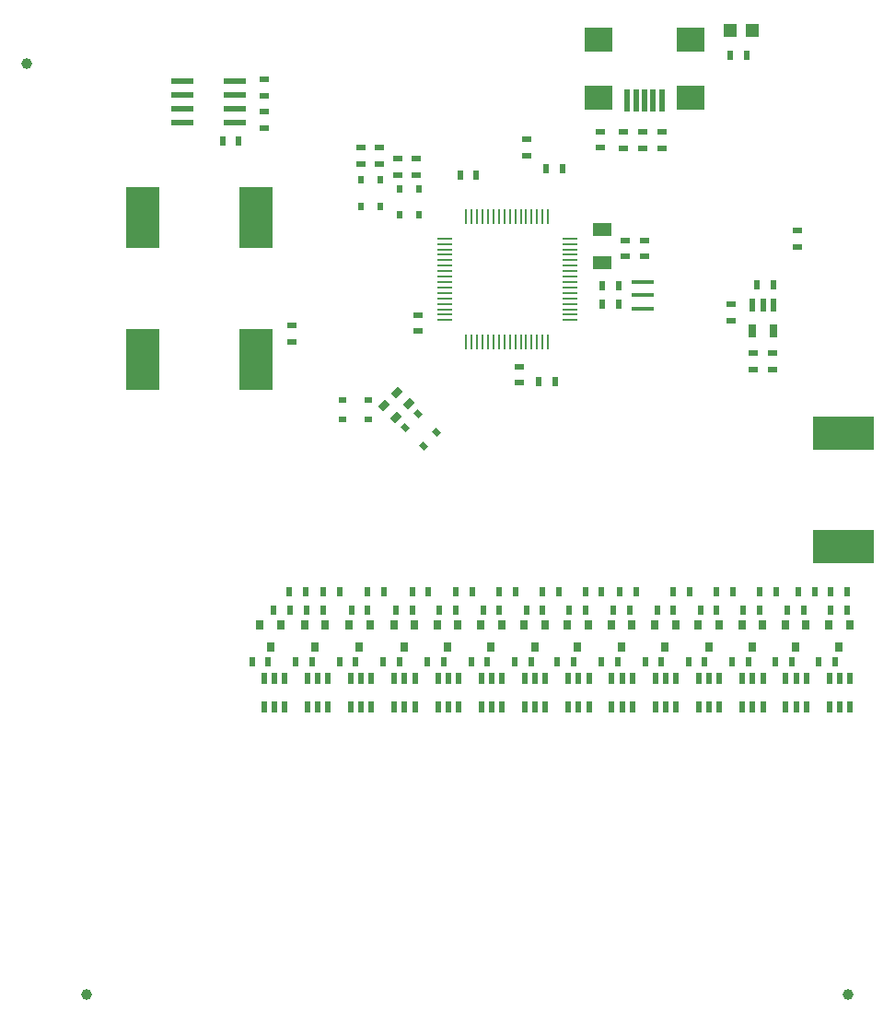
<source format=gtp>
G04 Layer_Color=8421504*
%FSAX25Y25*%
%MOIN*%
G70*
G01*
G75*
%ADD10R,0.02559X0.01968*%
G04:AMPARAMS|DCode=11|XSize=23.62mil|YSize=35.43mil|CornerRadius=0mil|HoleSize=0mil|Usage=FLASHONLY|Rotation=135.000|XOffset=0mil|YOffset=0mil|HoleType=Round|Shape=Rectangle|*
%AMROTATEDRECTD11*
4,1,4,0.02088,0.00418,-0.00418,-0.02088,-0.02088,-0.00418,0.00418,0.02088,0.02088,0.00418,0.0*
%
%ADD11ROTATEDRECTD11*%

G04:AMPARAMS|DCode=12|XSize=25.59mil|YSize=19.68mil|CornerRadius=0mil|HoleSize=0mil|Usage=FLASHONLY|Rotation=315.000|XOffset=0mil|YOffset=0mil|HoleType=Round|Shape=Rectangle|*
%AMROTATEDRECTD12*
4,1,4,-0.01601,0.00209,-0.00209,0.01601,0.01601,-0.00209,0.00209,-0.01601,-0.01601,0.00209,0.0*
%
%ADD12ROTATEDRECTD12*%

%ADD13R,0.03543X0.02362*%
%ADD14R,0.01968X0.02559*%
%ADD15R,0.12205X0.22047*%
%ADD16R,0.03150X0.03543*%
%ADD17R,0.02362X0.03543*%
%ADD18R,0.09842X0.08661*%
%ADD19R,0.01968X0.07874*%
%ADD20R,0.05512X0.01063*%
%ADD21R,0.01063X0.05512*%
%ADD22R,0.01968X0.03937*%
%ADD23R,0.07874X0.01575*%
%ADD24R,0.04724X0.04724*%
%ADD25R,0.08268X0.02362*%
%ADD26R,0.02362X0.04724*%
%ADD27R,0.02756X0.04724*%
%ADD28R,0.07087X0.05118*%
%ADD29R,0.22047X0.12205*%
%ADD30C,0.03937*%
D10*
X0133465Y0215748D02*
D03*
X0124016D02*
D03*
X0133465Y0222835D02*
D03*
X0124016D02*
D03*
D11*
X0143856Y0225436D02*
D03*
X0148031Y0221260D02*
D03*
X0143427Y0216416D02*
D03*
X0139251Y0220592D02*
D03*
D12*
X0153341Y0206108D02*
D03*
X0146659Y0212790D02*
D03*
X0158268Y0211024D02*
D03*
X0151586Y0217705D02*
D03*
D13*
X0144095Y0304134D02*
D03*
Y0310039D02*
D03*
X0150787D02*
D03*
Y0304134D02*
D03*
X0137402Y0313976D02*
D03*
Y0308071D02*
D03*
X0130709D02*
D03*
Y0313976D02*
D03*
X0190945Y0311024D02*
D03*
Y0316929D02*
D03*
X0095669Y0321063D02*
D03*
Y0326969D02*
D03*
X0188189Y0228937D02*
D03*
Y0234843D02*
D03*
X0272835Y0233898D02*
D03*
Y0239803D02*
D03*
X0279921Y0233898D02*
D03*
Y0239803D02*
D03*
X0217323Y0319882D02*
D03*
Y0313976D02*
D03*
X0225697Y0313850D02*
D03*
Y0319756D02*
D03*
X0232697Y0313850D02*
D03*
Y0319756D02*
D03*
X0239697Y0313850D02*
D03*
Y0319756D02*
D03*
X0288976Y0284055D02*
D03*
Y0278150D02*
D03*
X0233465Y0280512D02*
D03*
Y0274606D02*
D03*
X0095669Y0338780D02*
D03*
Y0332874D02*
D03*
X0105905Y0249803D02*
D03*
Y0243898D02*
D03*
X0226378Y0280512D02*
D03*
Y0274606D02*
D03*
X0151575Y0247638D02*
D03*
Y0253543D02*
D03*
X0264961Y0257283D02*
D03*
Y0251378D02*
D03*
D14*
X0130709Y0302362D02*
D03*
Y0292913D02*
D03*
X0137795Y0302362D02*
D03*
Y0292913D02*
D03*
X0144882Y0299213D02*
D03*
Y0289764D02*
D03*
X0151969Y0299213D02*
D03*
Y0289764D02*
D03*
D15*
X0051968Y0288583D02*
D03*
X0092913D02*
D03*
X0051968Y0237402D02*
D03*
X0092913D02*
D03*
D16*
X0209252Y0133465D02*
D03*
X0205512Y0141339D02*
D03*
X0212992D02*
D03*
X0193701Y0133465D02*
D03*
X0189961Y0141339D02*
D03*
X0197441D02*
D03*
X0225197Y0133465D02*
D03*
X0221457Y0141339D02*
D03*
X0228937D02*
D03*
X0177953Y0133465D02*
D03*
X0174213Y0141339D02*
D03*
X0181693D02*
D03*
X0162205Y0133465D02*
D03*
X0158465Y0141339D02*
D03*
X0165945D02*
D03*
X0146457Y0133465D02*
D03*
X0142717Y0141339D02*
D03*
X0150197D02*
D03*
X0130315Y0133465D02*
D03*
X0126575Y0141339D02*
D03*
X0134055D02*
D03*
X0114173Y0133465D02*
D03*
X0110433Y0141339D02*
D03*
X0117913D02*
D03*
X0098032Y0133465D02*
D03*
X0094291Y0141339D02*
D03*
X0101772D02*
D03*
X0240945Y0133465D02*
D03*
X0237205Y0141339D02*
D03*
X0244685D02*
D03*
X0256693Y0133465D02*
D03*
X0252953Y0141339D02*
D03*
X0260433D02*
D03*
X0272441Y0133465D02*
D03*
X0268701Y0141339D02*
D03*
X0276181D02*
D03*
X0288189Y0133465D02*
D03*
X0284449Y0141339D02*
D03*
X0291929D02*
D03*
X0303937Y0133465D02*
D03*
X0300197Y0141339D02*
D03*
X0307677D02*
D03*
D17*
X0180905Y0146850D02*
D03*
X0175000D02*
D03*
X0149409D02*
D03*
X0143504D02*
D03*
X0133268D02*
D03*
X0127362D02*
D03*
X0117126D02*
D03*
X0111221D02*
D03*
X0105118D02*
D03*
X0099213D02*
D03*
X0212008D02*
D03*
X0206102D02*
D03*
X0228150D02*
D03*
X0222244D02*
D03*
X0243898D02*
D03*
X0237992D02*
D03*
X0259646D02*
D03*
X0253740D02*
D03*
X0196653D02*
D03*
X0190748D02*
D03*
X0275197D02*
D03*
X0269291D02*
D03*
X0306890D02*
D03*
X0300984D02*
D03*
X0165157D02*
D03*
X0159252D02*
D03*
X0296654Y0127953D02*
D03*
X0302559D02*
D03*
X0233661D02*
D03*
X0239567D02*
D03*
X0170669D02*
D03*
X0176575D02*
D03*
X0107283Y0127953D02*
D03*
X0113189D02*
D03*
X0306890Y0153543D02*
D03*
X0300984D02*
D03*
X0243898D02*
D03*
X0249803D02*
D03*
X0180905D02*
D03*
X0186811D02*
D03*
X0117126D02*
D03*
X0123031D02*
D03*
X0280906Y0127953D02*
D03*
X0286811D02*
D03*
X0217913D02*
D03*
X0223819D02*
D03*
X0154921Y0127953D02*
D03*
X0160827D02*
D03*
X0091338D02*
D03*
X0097244D02*
D03*
X0289173Y0153543D02*
D03*
X0295079D02*
D03*
X0224606D02*
D03*
X0230512D02*
D03*
X0165157D02*
D03*
X0171063D02*
D03*
X0104921D02*
D03*
X0110827D02*
D03*
X0265157Y0127953D02*
D03*
X0271063D02*
D03*
X0201969D02*
D03*
X0207874D02*
D03*
X0138976Y0127953D02*
D03*
X0144882D02*
D03*
X0275197Y0153543D02*
D03*
X0281102D02*
D03*
X0212008D02*
D03*
X0217913D02*
D03*
X0149409D02*
D03*
X0155315D02*
D03*
X0249409Y0127953D02*
D03*
X0255315D02*
D03*
X0186417D02*
D03*
X0192323D02*
D03*
X0123031Y0127953D02*
D03*
X0128937D02*
D03*
X0259646Y0153543D02*
D03*
X0265551D02*
D03*
X0196653D02*
D03*
X0202559D02*
D03*
X0133268D02*
D03*
X0139173D02*
D03*
X0080709Y0316535D02*
D03*
X0086614D02*
D03*
X0224059Y0263953D02*
D03*
X0218154D02*
D03*
X0224059Y0257453D02*
D03*
X0218154D02*
D03*
X0264547Y0347441D02*
D03*
X0270453D02*
D03*
X0166732Y0303937D02*
D03*
X0172638D02*
D03*
X0201197Y0229394D02*
D03*
X0195291D02*
D03*
X0197835Y0306299D02*
D03*
X0203740D02*
D03*
X0280118Y0264567D02*
D03*
X0274213D02*
D03*
X0291142Y0146850D02*
D03*
X0285236D02*
D03*
D18*
X0216965Y0353028D02*
D03*
X0250035D02*
D03*
X0216965Y0332161D02*
D03*
X0250035D02*
D03*
D19*
X0239799Y0330980D02*
D03*
X0236650D02*
D03*
X0233500D02*
D03*
X0230350D02*
D03*
X0227201D02*
D03*
D20*
X0206382Y0251630D02*
D03*
Y0253598D02*
D03*
Y0255567D02*
D03*
Y0257536D02*
D03*
Y0259504D02*
D03*
Y0261473D02*
D03*
Y0263441D02*
D03*
Y0265409D02*
D03*
Y0267378D02*
D03*
Y0269346D02*
D03*
Y0271315D02*
D03*
Y0273284D02*
D03*
Y0275252D02*
D03*
Y0277221D02*
D03*
Y0279189D02*
D03*
Y0281157D02*
D03*
X0161106D02*
D03*
Y0279189D02*
D03*
Y0277221D02*
D03*
Y0275252D02*
D03*
Y0273284D02*
D03*
Y0271315D02*
D03*
Y0269346D02*
D03*
Y0267378D02*
D03*
Y0265409D02*
D03*
Y0263441D02*
D03*
Y0261473D02*
D03*
Y0259504D02*
D03*
Y0257536D02*
D03*
Y0255567D02*
D03*
Y0253598D02*
D03*
Y0251630D02*
D03*
D21*
X0198508Y0289032D02*
D03*
X0196539D02*
D03*
X0194571D02*
D03*
X0192602D02*
D03*
X0190634D02*
D03*
X0188665D02*
D03*
X0186697D02*
D03*
X0184728D02*
D03*
X0182760D02*
D03*
X0180791D02*
D03*
X0178823D02*
D03*
X0176854D02*
D03*
X0174886D02*
D03*
X0172917D02*
D03*
X0170949D02*
D03*
X0168980D02*
D03*
Y0243756D02*
D03*
X0170949D02*
D03*
X0172917D02*
D03*
X0174886D02*
D03*
X0176854D02*
D03*
X0178823D02*
D03*
X0180791D02*
D03*
X0182760D02*
D03*
X0184728D02*
D03*
X0186697D02*
D03*
X0188665D02*
D03*
X0190634D02*
D03*
X0192602D02*
D03*
X0194571D02*
D03*
X0196539D02*
D03*
X0198508D02*
D03*
D22*
X0304134Y0111811D02*
D03*
X0307874D02*
D03*
X0300394D02*
D03*
Y0122047D02*
D03*
X0304134D02*
D03*
X0307874D02*
D03*
X0244882D02*
D03*
X0241142D02*
D03*
X0237402D02*
D03*
Y0111811D02*
D03*
X0244882D02*
D03*
X0241142D02*
D03*
X0178150D02*
D03*
X0181890D02*
D03*
X0174409D02*
D03*
Y0122047D02*
D03*
X0178150D02*
D03*
X0181890D02*
D03*
X0118898D02*
D03*
X0115157D02*
D03*
X0111417D02*
D03*
Y0111811D02*
D03*
X0118898D02*
D03*
X0115157D02*
D03*
X0288386D02*
D03*
X0292126D02*
D03*
X0284646D02*
D03*
Y0122047D02*
D03*
X0288386D02*
D03*
X0292126D02*
D03*
X0229134D02*
D03*
X0225394D02*
D03*
X0221654D02*
D03*
Y0111811D02*
D03*
X0229134D02*
D03*
X0225394D02*
D03*
X0162402D02*
D03*
X0166142D02*
D03*
X0158661D02*
D03*
Y0122047D02*
D03*
X0162402D02*
D03*
X0166142D02*
D03*
X0103150D02*
D03*
X0099410D02*
D03*
X0095669D02*
D03*
Y0111811D02*
D03*
X0103150D02*
D03*
X0099410D02*
D03*
X0272638D02*
D03*
X0276378D02*
D03*
X0268898D02*
D03*
Y0122047D02*
D03*
X0272638D02*
D03*
X0276378D02*
D03*
X0213386D02*
D03*
X0209646D02*
D03*
X0205906D02*
D03*
Y0111811D02*
D03*
X0213386D02*
D03*
X0209646D02*
D03*
X0146653D02*
D03*
X0150394D02*
D03*
X0142913D02*
D03*
Y0122047D02*
D03*
X0146653D02*
D03*
X0150394D02*
D03*
X0256890Y0111811D02*
D03*
X0260630D02*
D03*
X0253150D02*
D03*
Y0122047D02*
D03*
X0256890D02*
D03*
X0260630D02*
D03*
X0197638D02*
D03*
X0193898D02*
D03*
X0190157D02*
D03*
Y0111811D02*
D03*
X0197638D02*
D03*
X0193898D02*
D03*
X0130905D02*
D03*
X0134646D02*
D03*
X0127165D02*
D03*
Y0122047D02*
D03*
X0130905D02*
D03*
X0134646D02*
D03*
D23*
X0232677Y0255906D02*
D03*
Y0260630D02*
D03*
Y0265354D02*
D03*
D24*
X0272634Y0356441D02*
D03*
X0264366D02*
D03*
D25*
X0085039Y0323209D02*
D03*
Y0328209D02*
D03*
Y0333209D02*
D03*
Y0338209D02*
D03*
X0066142Y0323209D02*
D03*
Y0328209D02*
D03*
Y0333209D02*
D03*
Y0338209D02*
D03*
D26*
X0280118Y0257087D02*
D03*
X0276378D02*
D03*
X0272638D02*
D03*
D27*
Y0247638D02*
D03*
X0280118D02*
D03*
D28*
X0218110Y0284252D02*
D03*
Y0272441D02*
D03*
D29*
X0305512Y0210630D02*
D03*
Y0169685D02*
D03*
D30*
X0031496Y0007874D02*
D03*
X0307087D02*
D03*
X0009843Y0344488D02*
D03*
M02*

</source>
